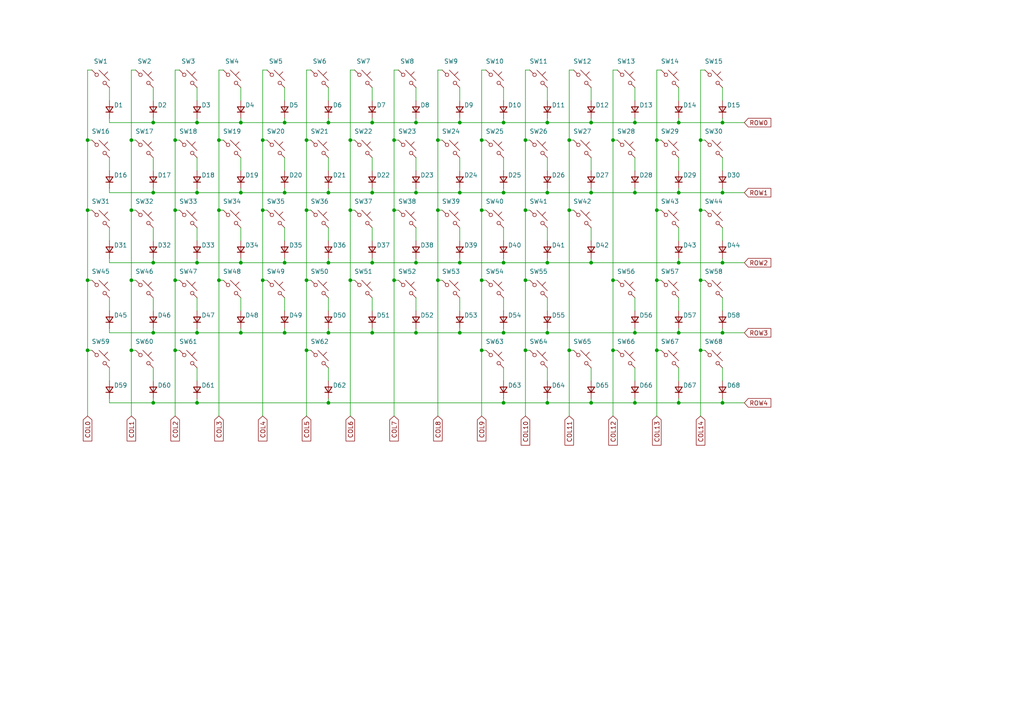
<source format=kicad_sch>
(kicad_sch (version 20231120) (generator "eeschema") (generator_version "8.0")
  (paper "A4")
  (junction (at 95.25 76.2))
  (junction (at 63.5 60.96))
  (junction (at 50.8 101.6))
  (junction (at 82.55 76.2))
  (junction (at 203.2 60.96))
  (junction (at 88.9 60.96))
  (junction (at 63.5 81.28))
  (junction (at 190.5 81.28))
  (junction (at 120.65 55.88))
  (junction (at 139.7 101.6))
  (junction (at 101.6 81.28))
  (junction (at 152.4 81.28))
  (junction (at 69.85 35.56))
  (junction (at 50.8 40.64))
  (junction (at 146.05 55.88))
  (junction (at 158.75 116.84))
  (junction (at 25.4 101.6))
  (junction (at 196.85 116.84))
  (junction (at 196.85 76.2))
  (junction (at 44.45 55.88))
  (junction (at 165.1 101.6))
  (junction (at 107.95 35.56))
  (junction (at 114.3 81.28))
  (junction (at 146.05 96.52))
  (junction (at 95.25 96.52))
  (junction (at 196.85 35.56))
  (junction (at 171.45 76.2))
  (junction (at 139.7 60.96))
  (junction (at 158.75 55.88))
  (junction (at 44.45 96.52))
  (junction (at 57.15 116.84))
  (junction (at 107.95 76.2))
  (junction (at 69.85 55.88))
  (junction (at 120.65 96.52))
  (junction (at 88.9 101.6))
  (junction (at 133.35 55.88))
  (junction (at 139.7 40.64))
  (junction (at 57.15 96.52))
  (junction (at 190.5 40.64))
  (junction (at 69.85 76.2))
  (junction (at 44.45 116.84))
  (junction (at 88.9 40.64))
  (junction (at 50.8 81.28))
  (junction (at 133.35 76.2))
  (junction (at 107.95 96.52))
  (junction (at 165.1 40.64))
  (junction (at 120.65 35.56))
  (junction (at 38.1 40.64))
  (junction (at 76.2 60.96))
  (junction (at 171.45 35.56))
  (junction (at 177.8 81.28))
  (junction (at 184.15 55.88))
  (junction (at 63.5 40.64))
  (junction (at 190.5 101.6))
  (junction (at 171.45 116.84))
  (junction (at 158.75 76.2))
  (junction (at 203.2 101.6))
  (junction (at 101.6 60.96))
  (junction (at 184.15 116.84))
  (junction (at 133.35 35.56))
  (junction (at 82.55 96.52))
  (junction (at 165.1 60.96))
  (junction (at 152.4 60.96))
  (junction (at 38.1 60.96))
  (junction (at 88.9 81.28))
  (junction (at 158.75 35.56))
  (junction (at 203.2 40.64))
  (junction (at 158.75 96.52))
  (junction (at 76.2 81.28))
  (junction (at 95.25 35.56))
  (junction (at 209.55 76.2))
  (junction (at 209.55 96.52))
  (junction (at 152.4 101.6))
  (junction (at 184.15 35.56))
  (junction (at 209.55 116.84))
  (junction (at 82.55 35.56))
  (junction (at 133.35 96.52))
  (junction (at 107.95 55.88))
  (junction (at 209.55 35.56))
  (junction (at 25.4 81.28))
  (junction (at 146.05 35.56))
  (junction (at 152.4 40.64))
  (junction (at 177.8 40.64))
  (junction (at 184.15 96.52))
  (junction (at 82.55 55.88))
  (junction (at 44.45 76.2))
  (junction (at 196.85 55.88))
  (junction (at 101.6 40.64))
  (junction (at 57.15 55.88))
  (junction (at 57.15 76.2))
  (junction (at 120.65 76.2))
  (junction (at 177.8 101.6))
  (junction (at 38.1 101.6))
  (junction (at 127 60.96))
  (junction (at 127 81.28))
  (junction (at 146.05 116.84))
  (junction (at 171.45 55.88))
  (junction (at 203.2 81.28))
  (junction (at 76.2 40.64))
  (junction (at 95.25 116.84))
  (junction (at 25.4 60.96))
  (junction (at 114.3 40.64))
  (junction (at 57.15 35.56))
  (junction (at 209.55 55.88))
  (junction (at 25.4 40.64))
  (junction (at 146.05 76.2))
  (junction (at 95.25 55.88))
  (junction (at 190.5 60.96))
  (junction (at 50.8 60.96))
  (junction (at 44.45 35.56))
  (junction (at 69.85 96.52))
  (junction (at 196.85 96.52))
  (junction (at 139.7 81.28))
  (junction (at 114.3 60.96))
  (junction (at 127 40.64))
  (junction (at 38.1 81.28))
  (wire (pts (xy 44.45 76.2) (xy 57.15 76.2)))
  (wire (pts (xy 209.55 96.52) (xy 215.9 96.52)))
  (wire (pts (xy 184.15 54.61) (xy 184.15 55.88)))
  (wire (pts (xy 196.85 35.56) (xy 209.55 35.56)))
  (wire (pts (xy 102.87 40.64) (xy 101.6 40.64)))
  (wire (pts (xy 204.47 101.6) (xy 203.2 101.6)))
  (wire (pts (xy 139.7 81.28) (xy 139.7 101.6)))
  (wire (pts (xy 44.45 34.29) (xy 44.45 35.56)))
  (wire (pts (xy 177.8 101.6) (xy 177.8 120.65)))
  (wire (pts (xy 209.55 25.4) (xy 209.55 29.21)))
  (wire (pts (xy 184.15 45.72) (xy 184.15 49.53)))
  (wire (pts (xy 52.07 40.64) (xy 50.8 40.64)))
  (wire (pts (xy 140.97 20.32) (xy 139.7 20.32)))
  (wire (pts (xy 204.47 60.96) (xy 203.2 60.96)))
  (wire (pts (xy 133.35 66.04) (xy 133.35 69.85)))
  (wire (pts (xy 177.8 40.64) (xy 177.8 81.28)))
  (wire (pts (xy 153.67 40.64) (xy 152.4 40.64)))
  (wire (pts (xy 107.95 55.88) (xy 120.65 55.88)))
  (wire (pts (xy 128.27 60.96) (xy 127 60.96)))
  (wire (pts (xy 196.85 96.52) (xy 209.55 96.52)))
  (wire (pts (xy 166.37 40.64) (xy 165.1 40.64)))
  (wire (pts (xy 203.2 20.32) (xy 203.2 40.64)))
  (wire (pts (xy 184.15 106.68) (xy 184.15 110.49)))
  (wire (pts (xy 101.6 40.64) (xy 101.6 60.96)))
  (wire (pts (xy 77.47 20.32) (xy 76.2 20.32)))
  (wire (pts (xy 184.15 95.25) (xy 184.15 96.52)))
  (wire (pts (xy 95.25 95.25) (xy 95.25 96.52)))
  (wire (pts (xy 82.55 86.36) (xy 82.55 90.17)))
  (wire (pts (xy 82.55 76.2) (xy 95.25 76.2)))
  (wire (pts (xy 120.65 54.61) (xy 120.65 55.88)))
  (wire (pts (xy 184.15 55.88) (xy 196.85 55.88)))
  (wire (pts (xy 203.2 81.28) (xy 203.2 101.6)))
  (wire (pts (xy 57.15 115.57) (xy 57.15 116.84)))
  (wire (pts (xy 191.77 20.32) (xy 190.5 20.32)))
  (wire (pts (xy 133.35 96.52) (xy 146.05 96.52)))
  (wire (pts (xy 171.45 116.84) (xy 184.15 116.84)))
  (wire (pts (xy 95.25 115.57) (xy 95.25 116.84)))
  (wire (pts (xy 102.87 60.96) (xy 101.6 60.96)))
  (wire (pts (xy 171.45 34.29) (xy 171.45 35.56)))
  (wire (pts (xy 102.87 81.28) (xy 101.6 81.28)))
  (wire (pts (xy 82.55 96.52) (xy 95.25 96.52)))
  (wire (pts (xy 203.2 40.64) (xy 203.2 60.96)))
  (wire (pts (xy 63.5 81.28) (xy 63.5 120.65)))
  (wire (pts (xy 209.55 45.72) (xy 209.55 49.53)))
  (wire (pts (xy 196.85 55.88) (xy 209.55 55.88)))
  (wire (pts (xy 196.85 106.68) (xy 196.85 110.49)))
  (wire (pts (xy 50.8 40.64) (xy 50.8 60.96)))
  (wire (pts (xy 115.57 40.64) (xy 114.3 40.64)))
  (wire (pts (xy 179.07 81.28) (xy 177.8 81.28)))
  (wire (pts (xy 196.85 74.93) (xy 196.85 76.2)))
  (wire (pts (xy 146.05 115.57) (xy 146.05 116.84)))
  (wire (pts (xy 82.55 25.4) (xy 82.55 29.21)))
  (wire (pts (xy 171.45 115.57) (xy 171.45 116.84)))
  (wire (pts (xy 209.55 115.57) (xy 209.55 116.84)))
  (wire (pts (xy 50.8 81.28) (xy 50.8 101.6)))
  (wire (pts (xy 133.35 95.25) (xy 133.35 96.52)))
  (wire (pts (xy 133.35 76.2) (xy 146.05 76.2)))
  (wire (pts (xy 95.25 106.68) (xy 95.25 110.49)))
  (wire (pts (xy 31.75 86.36) (xy 31.75 90.17)))
  (wire (pts (xy 158.75 66.04) (xy 158.75 69.85)))
  (wire (pts (xy 107.95 34.29) (xy 107.95 35.56)))
  (wire (pts (xy 26.67 81.28) (xy 25.4 81.28)))
  (wire (pts (xy 114.3 60.96) (xy 114.3 81.28)))
  (wire (pts (xy 184.15 96.52) (xy 196.85 96.52)))
  (wire (pts (xy 166.37 60.96) (xy 165.1 60.96)))
  (wire (pts (xy 44.45 54.61) (xy 44.45 55.88)))
  (wire (pts (xy 88.9 81.28) (xy 88.9 101.6)))
  (wire (pts (xy 38.1 101.6) (xy 38.1 120.65)))
  (wire (pts (xy 158.75 34.29) (xy 158.75 35.56)))
  (wire (pts (xy 209.55 35.56) (xy 215.9 35.56)))
  (wire (pts (xy 50.8 101.6) (xy 50.8 120.65)))
  (wire (pts (xy 184.15 86.36) (xy 184.15 90.17)))
  (wire (pts (xy 107.95 96.52) (xy 120.65 96.52)))
  (wire (pts (xy 38.1 60.96) (xy 38.1 81.28)))
  (wire (pts (xy 165.1 20.32) (xy 165.1 40.64)))
  (wire (pts (xy 44.45 45.72) (xy 44.45 49.53)))
  (wire (pts (xy 209.55 95.25) (xy 209.55 96.52)))
  (wire (pts (xy 88.9 60.96) (xy 88.9 81.28)))
  (wire (pts (xy 25.4 101.6) (xy 25.4 120.65)))
  (wire (pts (xy 95.25 76.2) (xy 107.95 76.2)))
  (wire (pts (xy 101.6 60.96) (xy 101.6 81.28)))
  (wire (pts (xy 128.27 20.32) (xy 127 20.32)))
  (wire (pts (xy 76.2 60.96) (xy 76.2 81.28)))
  (wire (pts (xy 77.47 81.28) (xy 76.2 81.28)))
  (wire (pts (xy 146.05 54.61) (xy 146.05 55.88)))
  (wire (pts (xy 115.57 20.32) (xy 114.3 20.32)))
  (wire (pts (xy 171.45 106.68) (xy 171.45 110.49)))
  (wire (pts (xy 77.47 40.64) (xy 76.2 40.64)))
  (wire (pts (xy 50.8 60.96) (xy 50.8 81.28)))
  (wire (pts (xy 50.8 20.32) (xy 50.8 40.64)))
  (wire (pts (xy 177.8 20.32) (xy 177.8 40.64)))
  (wire (pts (xy 31.75 25.4) (xy 31.75 29.21)))
  (wire (pts (xy 171.45 45.72) (xy 171.45 49.53)))
  (wire (pts (xy 95.25 45.72) (xy 95.25 49.53)))
  (wire (pts (xy 107.95 95.25) (xy 107.95 96.52)))
  (wire (pts (xy 139.7 101.6) (xy 139.7 120.65)))
  (wire (pts (xy 57.15 76.2) (xy 69.85 76.2)))
  (wire (pts (xy 153.67 60.96) (xy 152.4 60.96)))
  (wire (pts (xy 57.15 66.04) (xy 57.15 69.85)))
  (wire (pts (xy 120.65 74.93) (xy 120.65 76.2)))
  (wire (pts (xy 107.95 54.61) (xy 107.95 55.88)))
  (wire (pts (xy 102.87 20.32) (xy 101.6 20.32)))
  (wire (pts (xy 140.97 40.64) (xy 139.7 40.64)))
  (wire (pts (xy 171.45 25.4) (xy 171.45 29.21)))
  (wire (pts (xy 152.4 81.28) (xy 152.4 101.6)))
  (wire (pts (xy 158.75 25.4) (xy 158.75 29.21)))
  (wire (pts (xy 166.37 20.32) (xy 165.1 20.32)))
  (wire (pts (xy 107.95 45.72) (xy 107.95 49.53)))
  (wire (pts (xy 26.67 101.6) (xy 25.4 101.6)))
  (wire (pts (xy 31.75 106.68) (xy 31.75 110.49)))
  (wire (pts (xy 196.85 116.84) (xy 209.55 116.84)))
  (wire (pts (xy 165.1 40.64) (xy 165.1 60.96)))
  (wire (pts (xy 179.07 20.32) (xy 177.8 20.32)))
  (wire (pts (xy 153.67 81.28) (xy 152.4 81.28)))
  (wire (pts (xy 152.4 40.64) (xy 152.4 60.96)))
  (wire (pts (xy 158.75 45.72) (xy 158.75 49.53)))
  (wire (pts (xy 146.05 106.68) (xy 146.05 110.49)))
  (wire (pts (xy 57.15 86.36) (xy 57.15 90.17)))
  (wire (pts (xy 153.67 101.6) (xy 152.4 101.6)))
  (wire (pts (xy 82.55 55.88) (xy 95.25 55.88)))
  (wire (pts (xy 114.3 81.28) (xy 114.3 120.65)))
  (wire (pts (xy 52.07 101.6) (xy 50.8 101.6)))
  (wire (pts (xy 158.75 55.88) (xy 171.45 55.88)))
  (wire (pts (xy 209.55 116.84) (xy 215.9 116.84)))
  (wire (pts (xy 152.4 60.96) (xy 152.4 81.28)))
  (wire (pts (xy 209.55 76.2) (xy 215.9 76.2)))
  (wire (pts (xy 69.85 96.52) (xy 82.55 96.52)))
  (wire (pts (xy 184.15 35.56) (xy 196.85 35.56)))
  (wire (pts (xy 120.65 76.2) (xy 133.35 76.2)))
  (wire (pts (xy 203.2 60.96) (xy 203.2 81.28)))
  (wire (pts (xy 146.05 25.4) (xy 146.05 29.21)))
  (wire (pts (xy 88.9 101.6) (xy 88.9 120.65)))
  (wire (pts (xy 25.4 81.28) (xy 25.4 101.6)))
  (wire (pts (xy 191.77 101.6) (xy 190.5 101.6)))
  (wire (pts (xy 190.5 60.96) (xy 190.5 81.28)))
  (wire (pts (xy 82.55 35.56) (xy 95.25 35.56)))
  (wire (pts (xy 107.95 76.2) (xy 120.65 76.2)))
  (wire (pts (xy 120.65 86.36) (xy 120.65 90.17)))
  (wire (pts (xy 209.55 86.36) (xy 209.55 90.17)))
  (wire (pts (xy 209.55 106.68) (xy 209.55 110.49)))
  (wire (pts (xy 64.77 20.32) (xy 63.5 20.32)))
  (wire (pts (xy 209.55 54.61) (xy 209.55 55.88)))
  (wire (pts (xy 39.37 40.64) (xy 38.1 40.64)))
  (wire (pts (xy 107.95 25.4) (xy 107.95 29.21)))
  (wire (pts (xy 158.75 96.52) (xy 184.15 96.52)))
  (wire (pts (xy 209.55 66.04) (xy 209.55 69.85)))
  (wire (pts (xy 63.5 60.96) (xy 63.5 81.28)))
  (wire (pts (xy 82.55 34.29) (xy 82.55 35.56)))
  (wire (pts (xy 44.45 25.4) (xy 44.45 29.21)))
  (wire (pts (xy 171.45 54.61) (xy 171.45 55.88)))
  (wire (pts (xy 184.15 115.57) (xy 184.15 116.84)))
  (wire (pts (xy 127 40.64) (xy 127 60.96)))
  (wire (pts (xy 146.05 116.84) (xy 158.75 116.84)))
  (wire (pts (xy 95.25 25.4) (xy 95.25 29.21)))
  (wire (pts (xy 82.55 95.25) (xy 82.55 96.52)))
  (wire (pts (xy 90.17 20.32) (xy 88.9 20.32)))
  (wire (pts (xy 196.85 54.61) (xy 196.85 55.88)))
  (wire (pts (xy 127 60.96) (xy 127 81.28)))
  (wire (pts (xy 82.55 45.72) (xy 82.55 49.53)))
  (wire (pts (xy 69.85 74.93) (xy 69.85 76.2)))
  (wire (pts (xy 90.17 101.6) (xy 88.9 101.6)))
  (wire (pts (xy 63.5 20.32) (xy 63.5 40.64)))
  (wire (pts (xy 31.75 66.04) (xy 31.75 69.85)))
  (wire (pts (xy 139.7 20.32) (xy 139.7 40.64)))
  (wire (pts (xy 158.75 35.56) (xy 171.45 35.56)))
  (wire (pts (xy 133.35 55.88) (xy 146.05 55.88)))
  (wire (pts (xy 184.15 25.4) (xy 184.15 29.21)))
  (wire (pts (xy 31.75 34.29) (xy 31.75 35.56)))
  (wire (pts (xy 76.2 81.28) (xy 76.2 120.65)))
  (wire (pts (xy 31.75 55.88) (xy 44.45 55.88)))
  (wire (pts (xy 204.47 40.64) (xy 203.2 40.64)))
  (wire (pts (xy 133.35 74.93) (xy 133.35 76.2)))
  (wire (pts (xy 38.1 20.32) (xy 38.1 40.64)))
  (wire (pts (xy 184.15 34.29) (xy 184.15 35.56)))
  (wire (pts (xy 191.77 60.96) (xy 190.5 60.96)))
  (wire (pts (xy 44.45 95.25) (xy 44.45 96.52)))
  (wire (pts (xy 128.27 81.28) (xy 127 81.28)))
  (wire (pts (xy 209.55 74.93) (xy 209.55 76.2)))
  (wire (pts (xy 179.07 101.6) (xy 177.8 101.6)))
  (wire (pts (xy 146.05 45.72) (xy 146.05 49.53)))
  (wire (pts (xy 184.15 116.84) (xy 196.85 116.84)))
  (wire (pts (xy 90.17 60.96) (xy 88.9 60.96)))
  (wire (pts (xy 196.85 66.04) (xy 196.85 69.85)))
  (wire (pts (xy 165.1 101.6) (xy 165.1 120.65)))
  (wire (pts (xy 120.65 95.25) (xy 120.65 96.52)))
  (wire (pts (xy 171.45 35.56) (xy 184.15 35.56)))
  (wire (pts (xy 57.15 34.29) (xy 57.15 35.56)))
  (wire (pts (xy 90.17 40.64) (xy 88.9 40.64)))
  (wire (pts (xy 191.77 81.28) (xy 190.5 81.28)))
  (wire (pts (xy 171.45 76.2) (xy 196.85 76.2)))
  (wire (pts (xy 57.15 74.93) (xy 57.15 76.2)))
  (wire (pts (xy 57.15 96.52) (xy 69.85 96.52)))
  (wire (pts (xy 69.85 25.4) (xy 69.85 29.21)))
  (wire (pts (xy 95.25 74.93) (xy 95.25 76.2)))
  (wire (pts (xy 120.65 35.56) (xy 133.35 35.56)))
  (wire (pts (xy 69.85 54.61) (xy 69.85 55.88)))
  (wire (pts (xy 88.9 40.64) (xy 88.9 60.96)))
  (wire (pts (xy 76.2 20.32) (xy 76.2 40.64)))
  (wire (pts (xy 39.37 81.28) (xy 38.1 81.28)))
  (wire (pts (xy 179.07 40.64) (xy 177.8 40.64)))
  (wire (pts (xy 82.55 54.61) (xy 82.55 55.88)))
  (wire (pts (xy 31.75 45.72) (xy 31.75 49.53)))
  (wire (pts (xy 114.3 40.64) (xy 114.3 60.96)))
  (wire (pts (xy 26.67 40.64) (xy 25.4 40.64)))
  (wire (pts (xy 101.6 20.32) (xy 101.6 40.64)))
  (wire (pts (xy 31.75 95.25) (xy 31.75 96.52)))
  (wire (pts (xy 115.57 81.28) (xy 114.3 81.28)))
  (wire (pts (xy 196.85 115.57) (xy 196.85 116.84)))
  (wire (pts (xy 57.15 45.72) (xy 57.15 49.53)))
  (wire (pts (xy 196.85 45.72) (xy 196.85 49.53)))
  (wire (pts (xy 44.45 116.84) (xy 57.15 116.84)))
  (wire (pts (xy 191.77 40.64) (xy 190.5 40.64)))
  (wire (pts (xy 44.45 115.57) (xy 44.45 116.84)))
  (wire (pts (xy 204.47 81.28) (xy 203.2 81.28)))
  (wire (pts (xy 52.07 20.32) (xy 50.8 20.32)))
  (wire (pts (xy 120.65 66.04) (xy 120.65 69.85)))
  (wire (pts (xy 120.65 45.72) (xy 120.65 49.53)))
  (wire (pts (xy 115.57 60.96) (xy 114.3 60.96)))
  (wire (pts (xy 44.45 35.56) (xy 57.15 35.56)))
  (wire (pts (xy 57.15 35.56) (xy 69.85 35.56)))
  (wire (pts (xy 133.35 45.72) (xy 133.35 49.53)))
  (wire (pts (xy 88.9 20.32) (xy 88.9 40.64)))
  (wire (pts (xy 152.4 101.6) (xy 152.4 120.65)))
  (wire (pts (xy 52.07 81.28) (xy 50.8 81.28)))
  (wire (pts (xy 140.97 81.28) (xy 139.7 81.28)))
  (wire (pts (xy 158.75 116.84) (xy 171.45 116.84)))
  (wire (pts (xy 69.85 35.56) (xy 82.55 35.56)))
  (wire (pts (xy 31.75 96.52) (xy 44.45 96.52)))
  (wire (pts (xy 39.37 60.96) (xy 38.1 60.96)))
  (wire (pts (xy 64.77 81.28) (xy 63.5 81.28)))
  (wire (pts (xy 158.75 76.2) (xy 171.45 76.2)))
  (wire (pts (xy 153.67 20.32) (xy 152.4 20.32)))
  (wire (pts (xy 190.5 101.6) (xy 190.5 120.65)))
  (wire (pts (xy 90.17 81.28) (xy 88.9 81.28)))
  (wire (pts (xy 133.35 25.4) (xy 133.35 29.21)))
  (wire (pts (xy 190.5 81.28) (xy 190.5 101.6)))
  (wire (pts (xy 31.75 116.84) (xy 44.45 116.84)))
  (wire (pts (xy 57.15 116.84) (xy 95.25 116.84)))
  (wire (pts (xy 26.67 20.32) (xy 25.4 20.32)))
  (wire (pts (xy 146.05 86.36) (xy 146.05 90.17)))
  (wire (pts (xy 165.1 60.96) (xy 165.1 101.6)))
  (wire (pts (xy 95.25 35.56) (xy 107.95 35.56)))
  (wire (pts (xy 158.75 106.68) (xy 158.75 110.49)))
  (wire (pts (xy 196.85 86.36) (xy 196.85 90.17)))
  (wire (pts (xy 203.2 101.6) (xy 203.2 120.65)))
  (wire (pts (xy 69.85 66.04) (xy 69.85 69.85)))
  (wire (pts (xy 69.85 55.88) (xy 82.55 55.88)))
  (wire (pts (xy 146.05 34.29) (xy 146.05 35.56)))
  (wire (pts (xy 190.5 20.32) (xy 190.5 40.64)))
  (wire (pts (xy 57.15 106.68) (xy 57.15 110.49)))
  (wire (pts (xy 120.65 25.4) (xy 120.65 29.21)))
  (wire (pts (xy 139.7 40.64) (xy 139.7 60.96)))
  (wire (pts (xy 57.15 54.61) (xy 57.15 55.88)))
  (wire (pts (xy 171.45 66.04) (xy 171.45 69.85)))
  (wire (pts (xy 69.85 76.2) (xy 82.55 76.2)))
  (wire (pts (xy 44.45 96.52) (xy 57.15 96.52)))
  (wire (pts (xy 127 20.32) (xy 127 40.64)))
  (wire (pts (xy 31.75 35.56) (xy 44.45 35.56)))
  (wire (pts (xy 57.15 95.25) (xy 57.15 96.52)))
  (wire (pts (xy 76.2 40.64) (xy 76.2 60.96)))
  (wire (pts (xy 101.6 81.28) (xy 101.6 120.65)))
  (wire (pts (xy 107.95 66.04) (xy 107.95 69.85)))
  (wire (pts (xy 77.47 60.96) (xy 76.2 60.96)))
  (wire (pts (xy 133.35 86.36) (xy 133.35 90.17)))
  (wire (pts (xy 146.05 76.2) (xy 158.75 76.2)))
  (wire (pts (xy 107.95 86.36) (xy 107.95 90.17)))
  (wire (pts (xy 44.45 55.88) (xy 57.15 55.88)))
  (wire (pts (xy 69.85 86.36) (xy 69.85 90.17)))
  (wire (pts (xy 38.1 40.64) (xy 38.1 60.96)))
  (wire (pts (xy 31.75 54.61) (xy 31.75 55.88)))
  (wire (pts (xy 146.05 35.56) (xy 158.75 35.56)))
  (wire (pts (xy 95.25 66.04) (xy 95.25 69.85)))
  (wire (pts (xy 127 81.28) (xy 127 120.65)))
  (wire (pts (xy 44.45 66.04) (xy 44.45 69.85)))
  (wire (pts (xy 196.85 34.29) (xy 196.85 35.56)))
  (wire (pts (xy 140.97 60.96) (xy 139.7 60.96)))
  (wire (pts (xy 146.05 66.04) (xy 146.05 69.85)))
  (wire (pts (xy 177.8 81.28) (xy 177.8 101.6)))
  (wire (pts (xy 31.75 74.93) (xy 31.75 76.2)))
  (wire (pts (xy 44.45 86.36) (xy 44.45 90.17)))
  (wire (pts (xy 209.55 55.88) (xy 215.9 55.88)))
  (wire (pts (xy 95.25 34.29) (xy 95.25 35.56)))
  (wire (pts (xy 190.5 40.64) (xy 190.5 60.96)))
  (wire (pts (xy 44.45 74.93) (xy 44.45 76.2)))
  (wire (pts (xy 95.25 55.88) (xy 107.95 55.88)))
  (wire (pts (xy 31.75 76.2) (xy 44.45 76.2)))
  (wire (pts (xy 171.45 55.88) (xy 184.15 55.88)))
  (wire (pts (xy 69.85 34.29) (xy 69.85 35.56)))
  (wire (pts (xy 107.95 74.93) (xy 107.95 76.2)))
  (wire (pts (xy 25.4 40.64) (xy 25.4 60.96)))
  (wire (pts (xy 158.75 115.57) (xy 158.75 116.84)))
  (wire (pts (xy 146.05 96.52) (xy 158.75 96.52)))
  (wire (pts (xy 63.5 40.64) (xy 63.5 60.96)))
  (wire (pts (xy 114.3 20.32) (xy 114.3 40.64)))
  (wire (pts (xy 25.4 60.96) (xy 25.4 81.28)))
  (wire (pts (xy 44.45 106.68) (xy 44.45 110.49)))
  (wire (pts (xy 39.37 20.32) (xy 38.1 20.32)))
  (wire (pts (xy 69.85 45.72) (xy 69.85 49.53)))
  (wire (pts (xy 209.55 34.29) (xy 209.55 35.56)))
  (wire (pts (xy 64.77 40.64) (xy 63.5 40.64)))
  (wire (pts (xy 69.85 95.25) (xy 69.85 96.52)))
  (wire (pts (xy 95.25 96.52) (xy 107.95 96.52)))
  (wire (pts (xy 146.05 55.88) (xy 158.75 55.88)))
  (wire (pts (xy 140.97 101.6) (xy 139.7 101.6)))
  (wire (pts (xy 25.4 20.32) (xy 25.4 40.64)))
  (wire (pts (xy 128.27 40.64) (xy 127 40.64)))
  (wire (pts (xy 95.25 86.36) (xy 95.25 90.17)))
  (wire (pts (xy 158.75 95.25) (xy 158.75 96.52)))
  (wire (pts (xy 64.77 60.96) (xy 63.5 60.96)))
  (wire (pts (xy 204.47 20.32) (xy 203.2 20.32)))
  (wire (pts (xy 38.1 81.28) (xy 38.1 101.6)))
  (wire (pts (xy 26.67 60.96) (xy 25.4 60.96)))
  (wire (pts (xy 82.55 74.93) (xy 82.55 76.2)))
  (wire (pts (xy 57.15 25.4) (xy 57.15 29.21)))
  (wire (pts (xy 52.07 60.96) (xy 50.8 60.96)))
  (wire (pts (xy 158.75 86.36) (xy 158.75 90.17)))
  (wire (pts (xy 146.05 95.25) (xy 146.05 96.52)))
  (wire (pts (xy 196.85 76.2) (xy 209.55 76.2)))
  (wire (pts (xy 171.45 74.93) (xy 171.45 76.2)))
  (wire (pts (xy 120.65 55.88) (xy 133.35 55.88)))
  (wire (pts (xy 158.75 54.61) (xy 158.75 55.88)))
  (wire (pts (xy 196.85 95.25) (xy 196.85 96.52)))
  (wire (pts (xy 133.35 35.56) (xy 146.05 35.56)))
  (wire (pts (xy 82.55 66.04) (xy 82.55 69.85)))
  (wire (pts (xy 158.75 74.93) (xy 158.75 76.2)))
  (wire (pts (xy 166.37 101.6) (xy 165.1 101.6)))
  (wire (pts (xy 120.65 34.29) (xy 120.65 35.56)))
  (wire (pts (xy 95.25 116.84) (xy 146.05 116.84)))
  (wire (pts (xy 196.85 25.4) (xy 196.85 29.21)))
  (wire (pts (xy 120.65 96.52) (xy 133.35 96.52)))
  (wire (pts (xy 39.37 101.6) (xy 38.1 101.6)))
  (wire (pts (xy 146.05 74.93) (xy 146.05 76.2)))
  (wire (pts (xy 133.35 54.61) (xy 133.35 55.88)))
  (wire (pts (xy 107.95 35.56) (xy 120.65 35.56)))
  (wire (pts (xy 31.75 115.57) (xy 31.75 116.84)))
  (wire (pts (xy 152.4 20.32) (xy 152.4 40.64)))
  (wire (pts (xy 57.15 55.88) (xy 69.85 55.88)))
  (wire (pts (xy 95.25 54.61) (xy 95.25 55.88)))
  (wire (pts (xy 133.35 34.29) (xy 133.35 35.56)))
  (wire (pts (xy 139.7 60.96) (xy 139.7 81.28)))
  (global_label "COL7" (shape input) (at 114.3 120.65 270) (property "Intersheetrefs" "${INTERSHEET_REFS}" (effects (hide yes))))
  (global_label "COL12" (shape input) (at 177.8 120.65 270) (property "Intersheetrefs" "${INTERSHEET_REFS}" (effects (hide yes))))
  (global_label "ROW4" (shape input) (at 215.9 116.84 0) (property "Intersheetrefs" "${INTERSHEET_REFS}" (effects (hide yes))))
  (global_label "COL11" (shape input) (at 165.1 120.65 270) (property "Intersheetrefs" "${INTERSHEET_REFS}" (effects (hide yes))))
  (global_label "COL9" (shape input) (at 139.7 120.65 270) (property "Intersheetrefs" "${INTERSHEET_REFS}" (effects (hide yes))))
  (global_label "COL6" (shape input) (at 101.6 120.65 270) (property "Intersheetrefs" "${INTERSHEET_REFS}" (effects (hide yes))))
  (global_label "COL8" (shape input) (at 127 120.65 270) (property "Intersheetrefs" "${INTERSHEET_REFS}" (effects (hide yes))))
  (global_label "COL5" (shape input) (at 88.9 120.65 270) (property "Intersheetrefs" "${INTERSHEET_REFS}" (effects (hide yes))))
  (global_label "COL13" (shape input) (at 190.5 120.65 270) (property "Intersheetrefs" "${INTERSHEET_REFS}" (effects (hide yes))))
  (global_label "COL2" (shape input) (at 50.8 120.65 270) (property "Intersheetrefs" "${INTERSHEET_REFS}" (effects (hide yes))))
  (global_label "ROW1" (shape input) (at 215.9 55.88 0) (property "Intersheetrefs" "${INTERSHEET_REFS}" (effects (hide yes))))
  (global_label "COL0" (shape input) (at 25.4 120.65 270) (property "Intersheetrefs" "${INTERSHEET_REFS}" (effects (hide yes))))
  (global_label "COL3" (shape input) (at 63.5 120.65 270) (property "Intersheetrefs" "${INTERSHEET_REFS}" (effects (hide yes))))
  (global_label "COL14" (shape input) (at 203.2 120.65 270) (property "Intersheetrefs" "${INTERSHEET_REFS}" (effects (hide yes))))
  (global_label "ROW3" (shape input) (at 215.9 96.52 0) (property "Intersheetrefs" "${INTERSHEET_REFS}" (effects (hide yes))))
  (global_label "COL10" (shape input) (at 152.4 120.65 270) (property "Intersheetrefs" "${INTERSHEET_REFS}" (effects (hide yes))))
  (global_label "ROW0" (shape input) (at 215.9 35.56 0) (property "Intersheetrefs" "${INTERSHEET_REFS}" (effects (hide yes))))
  (global_label "COL1" (shape input) (at 38.1 120.65 270) (property "Intersheetrefs" "${INTERSHEET_REFS}" (effects (hide yes))))
  (global_label "COL4" (shape input) (at 76.2 120.65 270) (property "Intersheetrefs" "${INTERSHEET_REFS}" (effects (hide yes))))
  (global_label "ROW2" (shape input) (at 215.9 76.2 0) (property "Intersheetrefs" "${INTERSHEET_REFS}" (effects (hide yes))))
  (symbol (lib_id "Device:D_Small") (at 44.45 31.75 90) (unit 1)
    (property "Reference" "D2" (at 45.72 30.48 90) (effects (justify right)))
    (property "Value" "D" (effects (hide yes)))
    (property "Footprint" "Diode_SMD:D_SOD-123" (effects (hide yes)))
    (property "Sim.Device" "D" (effects (hide yes)))
    (property "Sim.Pins" "1=K 2=A" (effects (hide yes)))
  )
  (symbol (lib_id "Switch:SW_Push_45deg") (at 118.11 43.18 0) (unit 1)
    (property "Reference" "SW23" (at 118.11 38.1 0))
    (property "Value" "SW_Push" (effects (hide yes)))
    (property "Footprint" "MX_Alps_Hybrid:MX-Alps-Hybrid-1U" (effects (hide yes)))
  )
  (symbol (lib_id "Device:D_Small") (at 107.95 52.07 90) (unit 1)
    (property "Reference" "D22" (at 109.22 50.8 90) (effects (justify right)))
    (property "Value" "D" (effects (hide yes)))
    (property "Footprint" "Diode_SMD:D_SOD-123" (effects (hide yes)))
    (property "Sim.Device" "D" (effects (hide yes)))
    (property "Sim.Pins" "1=K 2=A" (effects (hide yes)))
  )
  (symbol (lib_id "Switch:SW_Push_45deg") (at 41.91 63.5 0) (unit 1)
    (property "Reference" "SW32" (at 41.91 58.42 0))
    (property "Value" "SW_Push" (effects (hide yes)))
    (property "Footprint" "MX_Alps_Hybrid:MX-Alps-Hybrid-1U" (effects (hide yes)))
  )
  (symbol (lib_id "Switch:SW_Push_45deg") (at 105.41 83.82 0) (unit 1)
    (property "Reference" "SW51" (at 105.41 78.74 0))
    (property "Value" "SW_Push" (effects (hide yes)))
    (property "Footprint" "MX_Alps_Hybrid:MX-Alps-Hybrid-1U" (effects (hide yes)))
  )
  (symbol (lib_id "Switch:SW_Push_45deg") (at 41.91 83.82 0) (unit 1)
    (property "Reference" "SW46" (at 41.91 78.74 0))
    (property "Value" "SW_Push" (effects (hide yes)))
    (property "Footprint" "MX_Alps_Hybrid:MX-Alps-Hybrid-1U" (effects (hide yes)))
  )
  (symbol (lib_id "Switch:SW_Push_45deg") (at 54.61 22.86 0) (unit 1)
    (property "Reference" "SW3" (at 54.61 17.78 0))
    (property "Value" "SW_Push" (effects (hide yes)))
    (property "Footprint" "MX_Alps_Hybrid:MX-Alps-Hybrid-1U" (effects (hide yes)))
  )
  (symbol (lib_id "Device:D_Small") (at 44.45 113.03 90) (unit 1)
    (property "Reference" "D60" (at 45.72 111.76 90) (effects (justify right)))
    (property "Value" "D" (effects (hide yes)))
    (property "Footprint" "Diode_SMD:D_SOD-123" (effects (hide yes)))
    (property "Sim.Device" "D" (effects (hide yes)))
    (property "Sim.Pins" "1=K 2=A" (effects (hide yes)))
  )
  (symbol (lib_id "Switch:SW_Push_45deg") (at 92.71 104.14 0) (unit 1)
    (property "Reference" "SW62" (at 92.71 99.06 0))
    (property "Value" "SW_Push" (effects (hide yes)))
    (property "Footprint" "MX_Alps_Hybrid:MX-Alps-Hybrid-6.25U" (effects (hide yes)))
  )
  (symbol (lib_id "Device:D_Small") (at 69.85 52.07 90) (unit 1)
    (property "Reference" "D19" (at 71.12 50.8 90) (effects (justify right)))
    (property "Value" "D" (effects (hide yes)))
    (property "Footprint" "Diode_SMD:D_SOD-123" (effects (hide yes)))
    (property "Sim.Device" "D" (effects (hide yes)))
    (property "Sim.Pins" "1=K 2=A" (effects (hide yes)))
  )
  (symbol (lib_id "Switch:SW_Push_45deg") (at 207.01 83.82 0) (unit 1)
    (property "Reference" "SW58" (at 207.01 78.74 0))
    (property "Value" "SW_Push" (effects (hide yes)))
    (property "Footprint" "MX_Alps_Hybrid:MX-Alps-Hybrid-1U" (effects (hide yes)))
  )
  (symbol (lib_id "Device:D_Small") (at 158.75 72.39 90) (unit 1)
    (property "Reference" "D41" (at 160.02 71.12 90) (effects (justify right)))
    (property "Value" "D" (effects (hide yes)))
    (property "Footprint" "Diode_SMD:D_SOD-123" (effects (hide yes)))
    (property "Sim.Device" "D" (effects (hide yes)))
    (property "Sim.Pins" "1=K 2=A" (effects (hide yes)))
  )
  (symbol (lib_id "Switch:SW_Push_45deg") (at 67.31 83.82 0) (unit 1)
    (property "Reference" "SW48" (at 67.31 78.74 0))
    (property "Value" "SW_Push" (effects (hide yes)))
    (property "Footprint" "MX_Alps_Hybrid:MX-Alps-Hybrid-1U" (effects (hide yes)))
  )
  (symbol (lib_id "Switch:SW_Push_45deg") (at 207.01 43.18 0) (unit 1)
    (property "Reference" "SW30" (at 207.01 38.1 0))
    (property "Value" "SW_Push" (effects (hide yes)))
    (property "Footprint" "MX_Alps_Hybrid:MX-Alps-Hybrid-1U" (effects (hide yes)))
  )
  (symbol (lib_id "Switch:SW_Push_45deg") (at 130.81 43.18 0) (unit 1)
    (property "Reference" "SW24" (at 130.81 38.1 0))
    (property "Value" "SW_Push" (effects (hide yes)))
    (property "Footprint" "MX_Alps_Hybrid:MX-Alps-Hybrid-1U" (effects (hide yes)))
  )
  (symbol (lib_id "Device:D_Small") (at 196.85 31.75 90) (unit 1)
    (property "Reference" "D14" (at 198.12 30.48 90) (effects (justify right)))
    (property "Value" "D" (effects (hide yes)))
    (property "Footprint" "Diode_SMD:D_SOD-123" (effects (hide yes)))
    (property "Sim.Device" "D" (effects (hide yes)))
    (property "Sim.Pins" "1=K 2=A" (effects (hide yes)))
  )
  (symbol (lib_id "Switch:SW_Push_45deg") (at 143.51 43.18 0) (unit 1)
    (property "Reference" "SW25" (at 143.51 38.1 0))
    (property "Value" "SW_Push" (effects (hide yes)))
    (property "Footprint" "MX_Alps_Hybrid:MX-Alps-Hybrid-1U" (effects (hide yes)))
  )
  (symbol (lib_id "Switch:SW_Push_45deg") (at 41.91 104.14 0) (unit 1)
    (property "Reference" "SW60" (at 41.91 99.06 0))
    (property "Value" "SW_Push" (effects (hide yes)))
    (property "Footprint" "MX_Alps_Hybrid:MX-Alps-Hybrid-1.25U" (effects (hide yes)))
  )
  (symbol (lib_id "Device:D_Small") (at 44.45 92.71 90) (unit 1)
    (property "Reference" "D46" (at 45.72 91.44 90) (effects (justify right)))
    (property "Value" "D" (effects (hide yes)))
    (property "Footprint" "Diode_SMD:D_SOD-123" (effects (hide yes)))
    (property "Sim.Device" "D" (effects (hide yes)))
    (property "Sim.Pins" "1=K 2=A" (effects (hide yes)))
  )
  (symbol (lib_id "Switch:SW_Push_45deg") (at 156.21 63.5 0) (unit 1)
    (property "Reference" "SW41" (at 156.21 58.42 0))
    (property "Value" "SW_Push" (effects (hide yes)))
    (property "Footprint" "MX_Alps_Hybrid:MX-Alps-Hybrid-1U" (effects (hide yes)))
  )
  (symbol (lib_id "Device:D_Small") (at 69.85 31.75 90) (unit 1)
    (property "Reference" "D4" (at 71.12 30.48 90) (effects (justify right)))
    (property "Value" "D" (effects (hide yes)))
    (property "Footprint" "Diode_SMD:D_SOD-123" (effects (hide yes)))
    (property "Sim.Device" "D" (effects (hide yes)))
    (property "Sim.Pins" "1=K 2=A" (effects (hide yes)))
  )
  (symbol (lib_id "Switch:SW_Push_45deg") (at 92.71 43.18 0) (unit 1)
    (property "Reference" "SW21" (at 92.71 38.1 0))
    (property "Value" "SW_Push" (effects (hide yes)))
    (property "Footprint" "MX_Alps_Hybrid:MX-Alps-Hybrid-1U" (effects (hide yes)))
  )
  (symbol (lib_id "Switch:SW_Push_45deg") (at 143.51 22.86 0) (unit 1)
    (property "Reference" "SW10" (at 143.51 17.78 0))
    (property "Value" "SW_Push" (effects (hide yes)))
    (property "Footprint" "MX_Alps_Hybrid:MX-Alps-Hybrid-1U" (effects (hide yes)))
  )
  (symbol (lib_id "Device:D_Small") (at 57.15 92.71 90) (unit 1)
    (property "Reference" "D47" (at 58.42 91.44 90) (effects (justify right)))
    (property "Value" "D" (effects (hide yes)))
    (property "Footprint" "Diode_SMD:D_SOD-123" (effects (hide yes)))
    (property "Sim.Device" "D" (effects (hide yes)))
    (property "Sim.Pins" "1=K 2=A" (effects (hide yes)))
  )
  (symbol (lib_id "Switch:SW_Push_45deg") (at 41.91 43.18 0) (unit 1)
    (property "Reference" "SW17" (at 41.91 38.1 0))
    (property "Value" "SW_Push" (effects (hide yes)))
    (property "Footprint" "MX_Alps_Hybrid:MX-Alps-Hybrid-1U" (effects (hide yes)))
  )
  (symbol (lib_id "Switch:SW_Push_45deg") (at 54.61 63.5 0) (unit 1)
    (property "Reference" "SW33" (at 54.61 58.42 0))
    (property "Value" "SW_Push" (effects (hide yes)))
    (property "Footprint" "MX_Alps_Hybrid:MX-Alps-Hybrid-1U" (effects (hide yes)))
  )
  (symbol (lib_id "Device:D_Small") (at 171.45 52.07 90) (unit 1)
    (property "Reference" "D27" (at 172.72 50.8 90) (effects (justify right)))
    (property "Value" "D" (effects (hide yes)))
    (property "Footprint" "Diode_SMD:D_SOD-123" (effects (hide yes)))
    (property "Sim.Device" "D" (effects (hide yes)))
    (property "Sim.Pins" "1=K 2=A" (effects (hide yes)))
  )
  (symbol (lib_id "Device:D_Small") (at 133.35 72.39 90) (unit 1)
    (property "Reference" "D39" (at 134.62 71.12 90) (effects (justify right)))
    (property "Value" "D" (effects (hide yes)))
    (property "Footprint" "Diode_SMD:D_SOD-123" (effects (hide yes)))
    (property "Sim.Device" "D" (effects (hide yes)))
    (property "Sim.Pins" "1=K 2=A" (effects (hide yes)))
  )
  (symbol (lib_id "Device:D_Small") (at 107.95 31.75 90) (unit 1)
    (property "Reference" "D7" (at 109.22 30.48 90) (effects (justify right)))
    (property "Value" "D" (effects (hide yes)))
    (property "Footprint" "Diode_SMD:D_SOD-123" (effects (hide yes)))
    (property "Sim.Device" "D" (effects (hide yes)))
    (property "Sim.Pins" "1=K 2=A" (effects (hide yes)))
  )
  (symbol (lib_id "Device:D_Small") (at 82.55 92.71 90) (unit 1)
    (property "Reference" "D49" (at 83.82 91.44 90) (effects (justify right)))
    (property "Value" "D" (effects (hide yes)))
    (property "Footprint" "Diode_SMD:D_SOD-123" (effects (hide yes)))
    (property "Sim.Device" "D" (effects (hide yes)))
    (property "Sim.Pins" "1=K 2=A" (effects (hide yes)))
  )
  (symbol (lib_id "Switch:SW_Push_45deg") (at 29.21 63.5 0) (unit 1)
    (property "Reference" "SW31" (at 29.21 58.42 0))
    (property "Value" "SW_Push" (effects (hide yes)))
    (property "Footprint" "MX_Alps_Hybrid:MX-Alps-Hybrid-1.75U" (effects (hide yes)))
  )
  (symbol (lib_id "Device:D_Small") (at 146.05 31.75 90) (unit 1)
    (property "Reference" "D10" (at 147.32 30.48 90) (effects (justify right)))
    (property "Value" "D" (effects (hide yes)))
    (property "Footprint" "Diode_SMD:D_SOD-123" (effects (hide yes)))
    (property "Sim.Device" "D" (effects (hide yes)))
    (property "Sim.Pins" "1=K 2=A" (effects (hide yes)))
  )
  (symbol (lib_id "Switch:SW_Push_45deg") (at 207.01 104.14 0) (unit 1)
    (property "Reference" "SW68" (at 207.01 99.06 0))
    (property "Value" "SW_Push" (effects (hide yes)))
    (property "Footprint" "MX_Alps_Hybrid:MX-Alps-Hybrid-1U" (effects (hide yes)))
  )
  (symbol (lib_id "Switch:SW_Push_45deg") (at 181.61 22.86 0) (unit 1)
    (property "Reference" "SW13" (at 181.61 17.78 0))
    (property "Value" "SW_Push" (effects (hide yes)))
    (property "Footprint" "MX_Alps_Hybrid:MX-Alps-Hybrid-1U" (effects (hide yes)))
  )
  (symbol (lib_id "Device:D_Small") (at 31.75 72.39 90) (unit 1)
    (property "Reference" "D31" (at 33.02 71.12 90) (effects (justify right)))
    (property "Value" "D" (effects (hide yes)))
    (property "Footprint" "Diode_SMD:D_SOD-123" (effects (hide yes)))
    (property "Sim.Device" "D" (effects (hide yes)))
    (property "Sim.Pins" "1=K 2=A" (effects (hide yes)))
  )
  (symbol (lib_id "Device:D_Small") (at 133.35 52.07 90) (unit 1)
    (property "Reference" "D24" (at 134.62 50.8 90) (effects (justify right)))
    (property "Value" "D" (effects (hide yes)))
    (property "Footprint" "Diode_SMD:D_SOD-123" (effects (hide yes)))
    (property "Sim.Device" "D" (effects (hide yes)))
    (property "Sim.Pins" "1=K 2=A" (effects (hide yes)))
  )
  (symbol (lib_id "Switch:SW_Push_45deg") (at 80.01 43.18 0) (unit 1)
    (property "Reference" "SW20" (at 80.01 38.1 0))
    (property "Value" "SW_Push" (effects (hide yes)))
    (property "Footprint" "MX_Alps_Hybrid:MX-Alps-Hybrid-1U" (effects (hide yes)))
  )
  (symbol (lib_id "Switch:SW_Push_45deg") (at 181.61 83.82 0) (unit 1)
    (property "Reference" "SW56" (at 181.61 78.74 0))
    (property "Value" "SW_Push" (effects (hide yes)))
    (property "Footprint" "MX_Alps_Hybrid:MX-Alps-Hybrid-1.75U" (effects (hide yes)))
  )
  (symbol (lib_id "Device:D_Small") (at 31.75 113.03 90) (unit 1)
    (property "Reference" "D59" (at 33.02 111.76 90) (effects (justify right)))
    (property "Value" "D" (effects (hide yes)))
    (property "Footprint" "Diode_SMD:D_SOD-123" (effects (hide yes)))
    (property "Sim.Device" "D" (effects (hide yes)))
    (property "Sim.Pins" "1=K 2=A" (effects (hide yes)))
  )
  (symbol (lib_id "Device:D_Small") (at 120.65 92.71 90) (unit 1)
    (property "Reference" "D52" (at 121.92 91.44 90) (effects (justify right)))
    (property "Value" "D" (effects (hide yes)))
    (property "Footprint" "Diode_SMD:D_SOD-123" (effects (hide yes)))
    (property "Sim.Device" "D" (effects (hide yes)))
    (property "Sim.Pins" "1=K 2=A" (effects (hide yes)))
  )
  (symbol (lib_id "Device:D_Small") (at 209.55 72.39 90) (unit 1)
    (property "Reference" "D44" (at 210.82 71.12 90) (effects (justify right)))
    (property "Value" "D" (effects (hide yes)))
    (property "Footprint" "Diode_SMD:D_SOD-123" (effects (hide yes)))
    (property "Sim.Device" "D" (effects (hide yes)))
    (property "Sim.Pins" "1=K 2=A" (effects (hide yes)))
  )
  (symbol (lib_id "Switch:SW_Push_45deg") (at 105.41 43.18 0) (unit 1)
    (property "Reference" "SW22" (at 105.41 38.1 0))
    (property "Value" "SW_Push" (effects (hide yes)))
    (property "Footprint" "MX_Alps_Hybrid:MX-Alps-Hybrid-1U" (effects (hide yes)))
  )
  (symbol (lib_id "Device:D_Small") (at 146.05 52.07 90) (unit 1)
    (property "Reference" "D25" (at 147.32 50.8 90) (effects (justify right)))
    (property "Value" "D" (effects (hide yes)))
    (property "Footprint" "Diode_SMD:D_SOD-123" (effects (hide yes)))
    (property "Sim.Device" "D" (effects (hide yes)))
    (property "Sim.Pins" "1=K 2=A" (effects (hide yes)))
  )
  (symbol (lib_id "Switch:SW_Push_45deg") (at 156.21 43.18 0) (unit 1)
    (property "Reference" "SW26" (at 156.21 38.1 0))
    (property "Value" "SW_Push" (effects (hide yes)))
    (property "Footprint" "MX_Alps_Hybrid:MX-Alps-Hybrid-1U" (effects (hide yes)))
  )
  (symbol (lib_id "Device:D_Small") (at 57.15 113.03 90) (unit 1)
    (property "Reference" "D61" (at 58.42 111.76 90) (effects (justify right)))
    (property "Value" "D" (effects (hide yes)))
    (property "Footprint" "Diode_SMD:D_SOD-123" (effects (hide yes)))
    (property "Sim.Device" "D" (effects (hide yes)))
    (property "Sim.Pins" "1=K 2=A" (effects (hide yes)))
  )
  (symbol (lib_id "Device:D_Small") (at 82.55 31.75 90) (unit 1)
    (property "Reference" "D5" (at 83.82 30.48 90) (effects (justify right)))
    (property "Value" "D" (effects (hide yes)))
    (property "Footprint" "Diode_SMD:D_SOD-123" (effects (hide yes)))
    (property "Sim.Device" "D" (effects (hide yes)))
    (property "Sim.Pins" "1=K 2=A" (effects (hide yes)))
  )
  (symbol (lib_id "Switch:SW_Push_45deg") (at 54.61 43.18 0) (unit 1)
    (property "Reference" "SW18" (at 54.61 38.1 0))
    (property "Value" "SW_Push" (effects (hide yes)))
    (property "Footprint" "MX_Alps_Hybrid:MX-Alps-Hybrid-1U" (effects (hide yes)))
  )
  (symbol (lib_id "Device:D_Small") (at 95.25 92.71 90) (unit 1)
    (property "Reference" "D50" (at 96.52 91.44 90) (effects (justify right)))
    (property "Value" "D" (effects (hide yes)))
    (property "Footprint" "Diode_SMD:D_SOD-123" (effects (hide yes)))
    (property "Sim.Device" "D" (effects (hide yes)))
    (property "Sim.Pins" "1=K 2=A" (effects (hide yes)))
  )
  (symbol (lib_id "Switch:SW_Push_45deg") (at 29.21 22.86 0) (unit 1)
    (property "Reference" "SW1" (at 29.21 17.78 0))
    (property "Value" "SW_Push" (effects (hide yes)))
    (property "Footprint" "MX_Alps_Hybrid:MX-Alps-Hybrid-1U" (effects (hide yes)))
  )
  (symbol (lib_id "Device:D_Small") (at 146.05 113.03 90) (unit 1)
    (property "Reference" "D63" (at 147.32 111.76 90) (effects (justify right)))
    (property "Value" "D" (effects (hide yes)))
    (property "Footprint" "Diode_SMD:D_SOD-123" (effects (hide yes)))
    (property "Sim.Device" "D" (effects (hide yes)))
    (property "Sim.Pins" "1=K 2=A" (effects (hide yes)))
  )
  (symbol (lib_id "Device:D_Small") (at 95.25 52.07 90) (unit 1)
    (property "Reference" "D21" (at 96.52 50.8 90) (effects (justify right)))
    (property "Value" "D" (effects (hide yes)))
    (property "Footprint" "Diode_SMD:D_SOD-123" (effects (hide yes)))
    (property "Sim.Device" "D" (effects (hide yes)))
    (property "Sim.Pins" "1=K 2=A" (effects (hide yes)))
  )
  (symbol (lib_id "Device:D_Small") (at 196.85 92.71 90) (unit 1)
    (property "Reference" "D57" (at 198.12 91.44 90) (effects (justify right)))
    (property "Value" "D" (effects (hide yes)))
    (property "Footprint" "Diode_SMD:D_SOD-123" (effects (hide yes)))
    (property "Sim.Device" "D" (effects (hide yes)))
    (property "Sim.Pins" "1=K 2=A" (effects (hide yes)))
  )
  (symbol (lib_id "Switch:SW_Push_45deg") (at 168.91 63.5 0) (unit 1)
    (property "Reference" "SW42" (at 168.91 58.42 0))
    (property "Value" "SW_Push" (effects (hide yes)))
    (property "Footprint" "MX_Alps_Hybrid:MX-Alps-Hybrid-1U" (effects (hide yes)))
  )
  (symbol (lib_id "Device:D_Small") (at 209.55 92.71 90) (unit 1)
    (property "Reference" "D58" (at 210.82 91.44 90) (effects (justify right)))
    (property "Value" "D" (effects (hide yes)))
    (property "Footprint" "Diode_SMD:D_SOD-123" (effects (hide yes)))
    (property "Sim.Device" "D" (effects (hide yes)))
    (property "Sim.Pins" "1=K 2=A" (effects (hide yes)))
  )
  (symbol (lib_id "Switch:SW_Push_45deg") (at 41.91 22.86 0) (unit 1)
    (property "Reference" "SW2" (at 41.91 17.78 0))
    (property "Value" "SW_Push" (effects (hide yes)))
    (property "Footprint" "MX_Alps_Hybrid:MX-Alps-Hybrid-1U" (effects (hide yes)))
  )
  (symbol (lib_id "Device:D_Small") (at 133.35 92.71 90) (unit 1)
    (property "Reference" "D53" (at 134.62 91.44 90) (effects (justify right)))
    (property "Value" "D" (effects (hide yes)))
    (property "Footprint" "Diode_SMD:D_SOD-123" (effects (hide yes)))
    (property "Sim.Device" "D" (effects (hide yes)))
    (property "Sim.Pins" "1=K 2=A" (effects (hide yes)))
  )
  (symbol (lib_id "Device:D_Small") (at 171.45 72.39 90) (unit 1)
    (property "Reference" "D42" (at 172.72 71.12 90) (effects (justify right)))
    (property "Value" "D" (effects (hide yes)))
    (property "Footprint" "Diode_SMD:D_SOD-123" (effects (hide yes)))
    (property "Sim.Device" "D" (effects (hide yes)))
    (property "Sim.Pins" "1=K 2=A" (effects (hide yes)))
  )
  (symbol (lib_id "Switch:SW_Push_45deg") (at 29.21 83.82 0) (unit 1)
    (property "Reference" "SW45" (at 29.21 78.74 0))
    (property "Value" "SW_Push" (effects (hide yes)))
    (property "Footprint" "MX_Alps_Hybrid:MX-Alps-Hybrid-2.25U" (effects (hide yes)))
  )
  (symbol (lib_id "Device:D_Small") (at 57.15 31.75 90) (unit 1)
    (property "Reference" "D3" (at 58.42 30.48 90) (effects (justify right)))
    (property "Value" "D" (effects (hide yes)))
    (property "Footprint" "Diode_SMD:D_SOD-123" (effects (hide yes)))
    (property "Sim.Device" "D" (effects (hide yes)))
    (property "Sim.Pins" "1=K 2=A" (effects (hide yes)))
  )
  (symbol (lib_id "Switch:SW_Push_45deg") (at 92.71 63.5 0) (unit 1)
    (property "Reference" "SW36" (at 92.71 58.42 0))
    (property "Value" "SW_Push" (effects (hide yes)))
    (property "Footprint" "MX_Alps_Hybrid:MX-Alps-Hybrid-1U" (effects (hide yes)))
  )
  (symbol (lib_id "Switch:SW_Push_45deg") (at 181.61 104.14 0) (unit 1)
    (property "Reference" "SW66" (at 181.61 99.06 0))
    (property "Value" "SW_Push" (effects (hide yes)))
    (property "Footprint" "MX_Alps_Hybrid:MX-Alps-Hybrid-1U" (effects (hide yes)))
  )
  (symbol (lib_id "Switch:SW_Push_45deg") (at 130.81 22.86 0) (unit 1)
    (property "Reference" "SW9" (at 130.81 17.78 0))
    (property "Value" "SW_Push" (effects (hide yes)))
    (property "Footprint" "MX_Alps_Hybrid:MX-Alps-Hybrid-1U" (effects (hide yes)))
  )
  (symbol (lib_id "Switch:SW_Push_45deg") (at 105.41 22.86 0) (unit 1)
    (property "Reference" "SW7" (at 105.41 17.78 0))
    (property "Value" "SW_Push" (effects (hide yes)))
    (property "Footprint" "MX_Alps_Hybrid:MX-Alps-Hybrid-1U" (effects (hide yes)))
  )
  (symbol (lib_id "Device:D_Small") (at 95.25 72.39 90) (unit 1)
    (property "Reference" "D36" (at 96.52 71.12 90) (effects (justify right)))
    (property "Value" "D" (effects (hide yes)))
    (property "Footprint" "Diode_SMD:D_SOD-123" (effects (hide yes)))
    (property "Sim.Device" "D" (effects (hide yes)))
    (property "Sim.Pins" "1=K 2=A" (effects (hide yes)))
  )
  (symbol (lib_id "Device:D_Small") (at 133.35 31.75 90) (unit 1)
    (property "Reference" "D9" (at 134.62 30.48 90) (effects (justify right)))
    (property "Value" "D" (effects (hide yes)))
    (property "Footprint" "Diode_SMD:D_SOD-123" (effects (hide yes)))
    (property "Sim.Device" "D" (effects (hide yes)))
    (property "Sim.Pins" "1=K 2=A" (effects (hide yes)))
  )
  (symbol (lib_id "Device:D_Small") (at 107.95 72.39 90) (unit 1)
    (property "Reference" "D37" (at 109.22 71.12 90) (effects (justify right)))
    (property "Value" "D" (effects (hide yes)))
    (property "Footprint" "Diode_SMD:D_SOD-123" (effects (hide yes)))
    (property "Sim.Device" "D" (effects (hide yes)))
    (property "Sim.Pins" "1=K 2=A" (effects (hide yes)))
  )
  (symbol (lib_id "Device:D_Small") (at 158.75 52.07 90) (unit 1)
    (property "Reference" "D26" (at 160.02 50.8 90) (effects (justify right)))
    (property "Value" "D" (effects (hide yes)))
    (property "Footprint" "Diode_SMD:D_SOD-123" (effects (hide yes)))
    (property "Sim.Device" "D" (effects (hide yes)))
    (property "Sim.Pins" "1=K 2=A" (effects (hide yes)))
  )
  (symbol (lib_id "Device:D_Small") (at 184.15 113.03 90) (unit 1)
    (property "Reference" "D66" (at 185.42 111.76 90) (effects (justify right)))
    (property "Value" "D" (effects (hide yes)))
    (property "Footprint" "Diode_SMD:D_SOD-123" (effects (hide yes)))
    (property "Sim.Device" "D" (effects (hide yes)))
    (property "Sim.Pins" "1=K 2=A" (effects (hide yes)))
  )
  (symbol (lib_id "Switch:SW_Push_45deg") (at 80.01 83.82 0) (unit 1)
    (property "Reference" "SW49" (at 80.01 78.74 0))
    (property "Value" "SW_Push" (effects (hide yes)))
    (property "Footprint" "MX_Alps_Hybrid:MX-Alps-Hybrid-1U" (effects (hide yes)))
  )
  (symbol (lib_id "Device:D_Small") (at 184.15 52.07 90) (unit 1)
    (property "Reference" "D28" (at 185.42 50.8 90) (effects (justify right)))
    (property "Value" "D" (effects (hide yes)))
    (property "Footprint" "Diode_SMD:D_SOD-123" (effects (hide yes)))
    (property "Sim.Device" "D" (effects (hide yes)))
    (property "Sim.Pins" "1=K 2=A" (effects (hide yes)))
  )
  (symbol (lib_id "Switch:SW_Push_45deg") (at 105.41 63.5 0) (unit 1)
    (property "Reference" "SW37" (at 105.41 58.42 0))
    (property "Value" "SW_Push" (effects (hide yes)))
    (property "Footprint" "MX_Alps_Hybrid:MX-Alps-Hybrid-1U" (effects (hide yes)))
  )
  (symbol (lib_id "Device:D_Small") (at 31.75 52.07 90) (unit 1)
    (property "Reference" "D16" (at 33.02 50.8 90) (effects (justify right)))
    (property "Value" "D" (effects (hide yes)))
    (property "Footprint" "Diode_SMD:D_SOD-123" (effects (hide yes)))
    (property "Sim.Device" "D" (effects (hide yes)))
    (property "Sim.Pins" "1=K 2=A" (effects (hide yes)))
  )
  (symbol (lib_id "Switch:SW_Push_45deg") (at 67.31 63.5 0) (unit 1)
    (property "Reference" "SW34" (at 67.31 58.42 0))
    (property "Value" "SW_Push" (effects (hide yes)))
    (property "Footprint" "MX_Alps_Hybrid:MX-Alps-Hybrid-1U" (effects (hide yes)))
  )
  (symbol (lib_id "Switch:SW_Push_45deg") (at 130.81 83.82 0) (unit 1)
    (property "Reference" "SW53" (at 130.81 78.74 0))
    (property "Value" "SW_Push" (effects (hide yes)))
    (property "Footprint" "MX_Alps_Hybrid:MX-Alps-Hybrid-1U" (effects (hide yes)))
  )
  (symbol (lib_id "Switch:SW_Push_45deg") (at 54.61 104.14 0) (unit 1)
    (property "Reference" "SW61" (at 54.61 99.06 0))
    (property "Value" "SW_Push" (effects (hide yes)))
    (property "Footprint" "MX_Alps_Hybrid:MX-Alps-Hybrid-1.25U" (effects (hide yes)))
  )
  (symbol (lib_id "Switch:SW_Push_45deg") (at 29.21 43.18 0) (unit 1)
    (property "Reference" "SW16" (at 29.21 38.1 0))
    (property "Value" "SW_Push" (effects (hide yes)))
    (property "Footprint" "MX_Alps_Hybrid:MX-Alps-Hybrid-1.5U" (effects (hide yes)))
  )
  (symbol (lib_id "Device:D_Small") (at 44.45 52.07 90) (unit 1)
    (property "Reference" "D17" (at 45.72 50.8 90) (effects (justify right)))
    (property "Value" "D" (effects (hide yes)))
    (property "Footprint" "Diode_SMD:D_SOD-123" (effects (hide yes)))
    (property "Sim.Device" "D" (effects (hide yes)))
    (property "Sim.Pins" "1=K 2=A" (effects (hide yes)))
  )
  (symbol (lib_id "Device:D_Small") (at 95.25 113.03 90) (unit 1)
    (property "Reference" "D62" (at 96.52 111.76 90) (effects (justify right)))
    (property "Value" "D" (effects (hide yes)))
    (property "Footprint" "Diode_SMD:D_SOD-123" (effects (hide yes)))
    (property "Sim.Device" "D" (effects (hide yes)))
    (property "Sim.Pins" "1=K 2=A" (effects (hide yes)))
  )
  (symbol (lib_id "Switch:SW_Push_45deg") (at 143.51 83.82 0) (unit 1)
    (property "Reference" "SW54" (at 143.51 78.74 0))
    (property "Value" "SW_Push" (effects (hide yes)))
    (property "Footprint" "MX_Alps_Hybrid:MX-Alps-Hybrid-1U" (effects (hide yes)))
  )
  (symbol (lib_id "Device:D_Small") (at 158.75 31.75 90) (unit 1)
    (property "Reference" "D11" (at 160.02 30.48 90) (effects (justify right)))
    (property "Value" "D" (effects (hide yes)))
    (property "Footprint" "Diode_SMD:D_SOD-123" (effects (hide yes)))
    (property "Sim.Device" "D" (effects (hide yes)))
    (property "Sim.Pins" "1=K 2=A" (effects (hide yes)))
  )
  (symbol (lib_id "Device:D_Small") (at 44.45 72.39 90) (unit 1)
    (property "Reference" "D32" (at 45.72 71.12 90) (effects (justify right)))
    (property "Value" "D" (effects (hide yes)))
    (property "Footprint" "Diode_SMD:D_SOD-123" (effects (hide yes)))
    (property "Sim.Device" "D" (effects (hide yes)))
    (property "Sim.Pins" "1=K 2=A" (effects (hide yes)))
  )
  (symbol (lib_id "Device:D_Small") (at 95.25 31.75 90) (unit 1)
    (property "Reference" "D6" (at 96.52 30.48 90) (effects (justify right)))
    (property "Value" "D" (effects (hide yes)))
    (property "Footprint" "Diode_SMD:D_SOD-123" (effects (hide yes)))
    (property "Sim.Device" "D" (effects (hide yes)))
    (property "Sim.Pins" "1=K 2=A" (effects (hide yes)))
  )
  (symbol (lib_id "Switch:SW_Push_45deg") (at 143.51 104.14 0) (unit 1)
    (property "Reference" "SW63" (at 143.51 99.06 0))
    (property "Value" "SW_Push" (effects (hide yes)))
    (property "Footprint" "MX_Alps_Hybrid:MX-Alps-Hybrid-1U" (effects (hide yes)))
  )
  (symbol (lib_id "Device:D_Small") (at 120.65 72.39 90) (unit 1)
    (property "Reference" "D38" (at 121.92 71.12 90) (effects (justify right)))
    (property "Value" "D" (effects (hide yes)))
    (property "Footprint" "Diode_SMD:D_SOD-123" (effects (hide yes)))
    (property "Sim.Device" "D" (effects (hide yes)))
    (property "Sim.Pins" "1=K 2=A" (effects (hide yes)))
  )
  (symbol (lib_id "Switch:SW_Push_45deg") (at 92.71 83.82 0) (unit 1)
    (property "Reference" "SW50" (at 92.71 78.74 0))
    (property "Value" "SW_Push" (effects (hide yes)))
    (property "Footprint" "MX_Alps_Hybrid:MX-Alps-Hybrid-1U" (effects (hide yes)))
  )
  (symbol (lib_id "Device:D_Small") (at 171.45 113.03 90) (unit 1)
    (property "Reference" "D65" (at 172.72 111.76 90) (effects (justify right)))
    (property "Value" "D" (effects (hide yes)))
    (property "Footprint" "Diode_SMD:D_SOD-123" (effects (hide yes)))
    (property "Sim.Device" "D" (effects (hide yes)))
    (property "Sim.Pins" "1=K 2=A" (effects (hide yes)))
  )
  (symbol (lib_id "Device:D_Small") (at 146.05 92.71 90) (unit 1)
    (property "Reference" "D54" (at 147.32 91.44 90) (effects (justify right)))
    (property "Value" "D" (effects (hide yes)))
    (property "Footprint" "Diode_SMD:D_SOD-123" (effects (hide yes)))
    (property "Sim.Device" "D" (effects (hide yes)))
    (property "Sim.Pins" "1=K 2=A" (effects (hide yes)))
  )
  (symbol (lib_id "Device:D_Small") (at 158.75 113.03 90) (unit 1)
    (property "Reference" "D64" (at 160.02 111.76 90) (effects (justify right)))
    (property "Value" "D" (effects (hide yes)))
    (property "Footprint" "Diode_SMD:D_SOD-123" (effects (hide yes)))
    (property "Sim.Device" "D" (effects (hide yes)))
    (property "Sim.Pins" "1=K 2=A" (effects (hide yes)))
  )
  (symbol (lib_id "Device:D_Small") (at 158.75 92.71 90) (unit 1)
    (property "Reference" "D55" (at 160.02 91.44 90) (effects (justify right)))
    (property "Value" "D" (effects (hide yes)))
    (property "Footprint" "Diode_SMD:D_SOD-123" (effects (hide yes)))
    (property "Sim.Device" "D" (effects (hide yes)))
    (property "Sim.Pins" "1=K 2=A" (effects (hide yes)))
  )
  (symbol (lib_id "Device:D_Small") (at 196.85 113.03 90) (unit 1)
    (property "Reference" "D67" (at 198.12 111.76 90) (effects (justify right)))
    (property "Value" "D" (effects (hide yes)))
    (property "Footprint" "Diode_SMD:D_SOD-123" (effects (hide yes)))
    (property "Sim.Device" "D" (effects (hide yes)))
    (property "Sim.Pins" "1=K 2=A" (effects (hide yes)))
  )
  (symbol (lib_id "Switch:SW_Push_45deg") (at 156.21 83.82 0) (unit 1)
    (property "Reference" "SW55" (at 156.21 78.74 0))
    (property "Value" "SW_Push" (effects (hide yes)))
    (property "Footprint" "MX_Alps_Hybrid:MX-Alps-Hybrid-1U" (effects (hide yes)))
  )
  (symbol (lib_id "Device:D_Small") (at 120.65 31.75 90) (unit 1)
    (property "Reference" "D8" (at 121.92 30.48 90) (effects (justify right)))
    (property "Value" "D" (effects (hide yes)))
    (property "Footprint" "Diode_SMD:D_SOD-123" (effects (hide yes)))
    (property "Sim.Device" "D" (effects (hide yes)))
    (property "Sim.Pins" "1=K 2=A" (effects (hide yes)))
  )
  (symbol (lib_id "Switch:SW_Push_45deg") (at 143.51 63.5 0) (unit 1)
    (property "Reference" "SW40" (at 143.51 58.42 0))
    (property "Value" "SW_Push" (effects (hide yes)))
    (property "Footprint" "MX_Alps_Hybrid:MX-Alps-Hybrid-1U" (effects (hide yes)))
  )
  (symbol (lib_id "Switch:SW_Push_45deg") (at 118.11 83.82 0) (unit 1)
    (property "Reference" "SW52" (at 118.11 78.74 0))
    (property "Value" "SW_Push" (effects (hide yes)))
    (property "Footprint" "MX_Alps_Hybrid:MX-Alps-Hybrid-1U" (effects (hide yes)))
  )
  (symbol (lib_id "Device:D_Small") (at 82.55 72.39 90) (unit 1)
    (property "Reference" "D35" (at 83.82 71.12 90) (effects (justify right)))
    (property "Value" "D" (effects (hide yes)))
    (property "Footprint" "Diode_SMD:D_SOD-123" (effects (hide yes)))
    (property "Sim.Device" "D" (effects (hide yes)))
    (property "Sim.Pins" "1=K 2=A" (effects (hide yes)))
  )
  (symbol (lib_id "Switch:SW_Push_45deg") (at 156.21 22.86 0) (unit 1)
    (property "Reference" "SW11" (at 156.21 17.78 0))
    (property "Value" "SW_Push" (effects (hide yes)))
    (property "Footprint" "MX_Alps_Hybrid:MX-Alps-Hybrid-1U" (effects (hide yes)))
  )
  (symbol (lib_id "Switch:SW_Push_45deg") (at 181.61 43.18 0) (unit 1)
    (property "Reference" "SW28" (at 181.61 38.1 0))
    (property "Value" "SW_Push" (effects (hide yes)))
    (property "Footprint" "MX_Alps_Hybrid:MX-Alps-Hybrid-1U" (effects (hide yes)))
  )
  (symbol (lib_id "Device:D_Small") (at 146.05 72.39 90) (unit 1)
    (property "Reference" "D40" (at 147.32 71.12 90) (effects (justify right)))
    (property "Value" "D" (effects (hide yes)))
    (property "Footprint" "Diode_SMD:D_SOD-123" (effects (hide yes)))
    (property "Sim.Device" "D" (effects (hide yes)))
    (property "Sim.Pins" "1=K 2=A" (effects (hide yes)))
  )
  (symbol (lib_id "Device:D_Small") (at 209.55 31.75 90) (unit 1)
    (property "Reference" "D15" (at 210.82 30.48 90) (effects (justify right)))
    (property "Value" "D" (effects (hide yes)))
    (property "Footprint" "Diode_SMD:D_SOD-123" (effects (hide yes)))
    (property "Sim.Device" "D" (effects (hide yes)))
    (property "Sim.Pins" "1=K 2=A" (effects (hide yes)))
  )
  (symbol (lib_id "Device:D_Small") (at 69.85 92.71 90) (unit 1)
    (property "Reference" "D48" (at 71.12 91.44 90) (effects (justify right)))
    (property "Value" "D" (effects (hide yes)))
    (property "Footprint" "Diode_SMD:D_SOD-123" (effects (hide yes)))
    (property "Sim.Device" "D" (effects (hide yes)))
    (property "Sim.Pins" "1=K 2=A" (effects (hide yes)))
  )
  (symbol (lib_id "Switch:SW_Push_45deg") (at 168.91 43.18 0) (unit 1)
    (property "Reference" "SW27" (at 168.91 38.1 0))
    (property "Value" "SW_Push" (effects (hide yes)))
    (property "Footprint" "MX_Alps_Hybrid:MX-Alps-Hybrid-1U" (effects (hide yes)))
  )
  (symbol (lib_id "Device:D_Small") (at 107.95 92.71 90) (unit 1)
    (property "Reference" "D51" (at 109.22 91.44 90) (effects (justify right)))
    (property "Value" "D" (effects (hide yes)))
    (property "Footprint" "Diode_SMD:D_SOD-123" (effects (hide yes)))
    (property "Sim.Device" "D" (effects (hide yes)))
    (property "Sim.Pins" "1=K 2=A" (effects (hide yes)))
  )
  (symbol (lib_id "Device:D_Small") (at 82.55 52.07 90) (unit 1)
    (property "Reference" "D20" (at 83.82 50.8 90) (effects (justify right)))
    (property "Value" "D" (effects (hide yes)))
    (property "Footprint" "Diode_SMD:D_SOD-123" (effects (hide yes)))
    (property "Sim.Device" "D" (effects (hide yes)))
    (property "Sim.Pins" "1=K 2=A" (effects (hide yes)))
  )
  (symbol (lib_id "Switch:SW_Push_45deg") (at 80.01 22.86 0) (unit 1)
    (property "Reference" "SW5" (at 80.01 17.78 0))
    (property "Value" "SW_Push" (effects (hide yes)))
    (property "Footprint" "MX_Alps_Hybrid:MX-Alps-Hybrid-1U" (effects (hide yes)))
  )
  (symbol (lib_id "Switch:SW_Push_45deg") (at 92.71 22.86 0) (unit 1)
    (property "Reference" "SW6" (at 92.71 17.78 0))
    (property "Value" "SW_Push" (effects (hide yes)))
    (property "Footprint" "MX_Alps_Hybrid:MX-Alps-Hybrid-1U" (effects (hide yes)))
  )
  (symbol (lib_id "Device:D_Small") (at 184.15 31.75 90) (unit 1)
    (property "Reference" "D13" (at 185.42 30.48 90) (effects (justify right)))
    (property "Value" "D" (effects (hide yes)))
    (property "Footprint" "Diode_SMD:D_SOD-123" (effects (hide yes)))
    (property "Sim.Device" "D" (effects (hide yes)))
    (property "Sim.Pins" "1=K 2=A" (effects (hide yes)))
  )
  (symbol (lib_id "Switch:SW_Push_45deg") (at 168.91 22.86 0) (unit 1)
    (property "Reference" "SW12" (at 168.91 17.78 0))
    (property "Value" "SW_Push" (effects (hide yes)))
    (property "Footprint" "MX_Alps_Hybrid:MX-Alps-Hybrid-1U" (effects (hide yes)))
  )
  (symbol (lib_id "Device:D_Small") (at 184.15 92.71 90) (unit 1)
    (property "Reference" "D56" (at 185.42 91.44 90) (effects (justify right)))
    (property "Value" "D" (effects (hide yes)))
    (property "Footprint" "Diode_SMD:D_SOD-123" (effects (hide yes)))
    (property "Sim.Device" "D" (effects (hide yes)))
    (property "Sim.Pins" "1=K 2=A" (effects (hide yes)))
  )
  (symbol (lib_id "Switch:SW_Push_45deg") (at 194.31 104.14 0) (unit 1)
    (property "Reference" "SW67" (at 194.31 99.06 0))
    (property "Value" "SW_Push" (effects (hide yes)))
    (property "Footprint" "MX_Alps_Hybrid:MX-Alps-Hybrid-1U" (effects (hide yes)))
  )
  (symbol (lib_id "Device:D_Small") (at 196.85 52.07 90) (unit 1)
    (property "Reference" "D29" (at 198.12 50.8 90) (effects (justify right)))
    (property "Value" "D" (effects (hide yes)))
    (property "Footprint" "Diode_SMD:D_SOD-123" (effects (hide yes)))
    (property "Sim.Device" "D" (effects (hide yes)))
    (property "Sim.Pins" "1=K 2=A" (effects (hide yes)))
  )
  (symbol (lib_id "Device:D_Small") (at 196.85 72.39 90) (unit 1)
    (property "Reference" "D43" (at 198.12 71.12 90) (effects (justify right)))
    (property "Value" "D" (effects (hide yes)))
    (property "Footprint" "Diode_SMD:D_SOD-123" (effects (hide yes)))
    (property "Sim.Device" "D" (effects (hide yes)))
    (property "Sim.Pins" "1=K 2=A" (effects (hide yes)))
  )
  (symbol (lib_id "Switch:SW_Push_45deg") (at 168.91 104.14 0) (unit 1)
    (property "Reference" "SW65" (at 168.91 99.06 0))
    (property "Value" "SW_Push" (effects (hide yes)))
    (property "Footprint" "MX_Alps_Hybrid:MX-Alps-Hybrid-1U" (effects (hide yes)))
  )
  (symbol (lib_id "Switch:SW_Push_45deg") (at 194.31 43.18 0) (unit 1)
    (property "Reference" "SW29" (at 194.31 38.1 0))
    (property "Value" "SW_Push" (effects (hide yes)))
    (property "Footprint" "MX_Alps_Hybrid:MX-Alps-Hybrid-1.5U" (effects (hide yes)))
  )
  (symbol (lib_id "Device:D_Small") (at 171.45 31.75 90) (unit 1)
    (property "Reference" "D12" (at 172.72 30.48 90) (effects (justify right)))
    (property "Value" "D" (effects (hide yes)))
    (property "Footprint" "Diode_SMD:D_SOD-123" (effects (hide yes)))
    (property "Sim.Device" "D" (effects (hide yes)))
    (property "Sim.Pins" "1=K 2=A" (effects (hide yes)))
  )
  (symbol (lib_id "Switch:SW_Push_45deg") (at 156.21 104.14 0) (unit 1)
    (property "Reference" "SW64" (at 156.21 99.06 0))
    (property "Value" "SW_Push" (effects (hide yes)))
    (property "Footprint" "MX_Alps_Hybrid:MX-Alps-Hybrid-1U" (effects (hide yes)))
  )
  (symbol (lib_id "Switch:SW_Push_45deg") (at 207.01 63.5 0) (unit 1)
    (property "Reference" "SW44" (at 207.01 58.42 0))
    (property "Value" "SW_Push" (effects (hide yes)))
    (property "Footprint" "MX_Alps_Hybrid:MX-Alps-Hybrid-1U" (effects (hide yes)))
  )
  (symbol (lib_id "Device:D_Small") (at 120.65 52.07 90) (unit 1)
    (property "Reference" "D23" (at 121.92 50.8 90) (effects (justify right)))
    (property "Value" "D" (effects (hide yes)))
    (property "Footprint" "Diode_SMD:D_SOD-123" (effects (hide yes)))
    (property "Sim.Device" "D" (effects (hide yes)))
    (property "Sim.Pins" "1=K 2=A" (effects (hide yes)))
  )
  (symbol (lib_id "Switch:SW_Push_45deg") (at 67.31 22.86 0) (unit 1)
    (property "Reference" "SW4" (at 67.31 17.78 0))
    (property "Value" "SW_Push" (effects (hide yes)))
    (property "Footprint" "MX_Alps_Hybrid:MX-Alps-Hybrid-1U" (effects (hide yes)))
  )
  (symbol (lib_id "Device:D_Small") (at 57.15 72.39 90) (unit 1)
    (property "Reference" "D33" (at 58.42 71.12 90) (effects (justify right)))
    (property "Value" "D" (effects (hide yes)))
    (property "Footprint" "Diode_SMD:D_SOD-123" (effects (hide yes)))
    (property "Sim.Device" "D" (effects (hide yes)))
    (property "Sim.Pins" "1=K 2=A" (effects (hide yes)))
  )
  (symbol (lib_id "Switch:SW_Push_45deg") (at 194.31 83.82 0) (unit 1)
    (property "Reference" "SW57" (at 194.31 78.74 0))
    (property "Value" "SW_Push" (effects (hide yes)))
    (property "Footprint" "MX_Alps_Hybrid:MX-Alps-Hybrid-1U" (effects (hide yes)))
  )
  (symbol (lib_id "Switch:SW_Push_45deg") (at 54.61 83.82 0) (unit 1)
    (property "Reference" "SW47" (at 54.61 78.74 0))
    (property "Value" "SW_Push" (effects (hide yes)))
    (property "Footprint" "MX_Alps_Hybrid:MX-Alps-Hybrid-1U" (effects (hide yes)))
  )
  (symbol (lib_id "Switch:SW_Push_45deg") (at 80.01 63.5 0) (unit 1)
    (property "Reference" "SW35" (at 80.01 58.42 0))
    (property "Value" "SW_Push" (effects (hide yes)))
    (property "Footprint" "MX_Alps_Hybrid:MX-Alps-Hybrid-1U" (effects (hide yes)))
  )
  (symbol (lib_id "Switch:SW_Push_45deg") (at 194.31 22.86 0) (unit 1)
    (property "Reference" "SW14" (at 194.31 17.78 0))
    (property "Value" "SW_Push" (effects (hide yes)))
    (property "Footprint" "MX_Alps_Hybrid:MX-Alps-Hybrid-2U" (effects (hide yes)))
  )
  (symbol (lib_id "Switch:SW_Push_45deg") (at 29.21 104.14 0) (unit 1)
    (property "Reference" "SW59" (at 29.21 99.06 0))
    (property "Value" "SW_Push" (effects (hide yes)))
    (property "Footprint" "MX_Alps_Hybrid:MX-Alps-Hybrid-1.25U" (effects (hide yes)))
  )
  (symbol (lib_id "Switch:SW_Push_45deg") (at 67.31 43.18 0) (unit 1)
    (property "Reference" "SW19" (at 67.31 38.1 0))
    (property "Value" "SW_Push" (effects (hide yes)))
    (property "Footprint" "MX_Alps_Hybrid:MX-Alps-Hybrid-1U" (effects (hide yes)))
  )
  (symbol (lib_id "Device:D_Small") (at 209.55 113.03 90) (unit 1)
    (property "Reference" "D68" (at 210.82 111.76 90) (effects (justify right)))
    (property "Value" "D" (effects (hide yes)))
    (property "Footprint" "Diode_SMD:D_SOD-123" (effects (hide yes)))
    (property "Sim.Device" "D" (effects (hide yes)))
    (property "Sim.Pins" "1=K 2=A" (effects (hide yes)))
  )
  (symbol (lib_id "Switch:SW_Push_45deg") (at 130.81 63.5 0) (unit 1)
    (property "Reference" "SW39" (at 130.81 58.42 0))
    (property "Value" "SW_Push" (effects (hide yes)))
    (property "Footprint" "MX_Alps_Hybrid:MX-Alps-Hybrid-1U" (effects (hide yes)))
  )
  (symbol (lib_id "Switch:SW_Push_45deg") (at 118.11 63.5 0) (unit 1)
    (property "Reference" "SW38" (at 118.11 58.42 0))
    (property "Value" "SW_Push" (effects (hide yes)))
    (property "Footprint" "MX_Alps_Hybrid:MX-Alps-Hybrid-1U" (effects (hide yes)))
  )
  (symbol (lib_id "Device:D_Small") (at 209.55 52.07 90) (unit 1)
    (property "Reference" "D30" (at 210.82 50.8 90) (effects (justify right)))
    (property "Value" "D" (effects (hide yes)))
    (property "Footprint" "Diode_SMD:D_SOD-123" (effects (hide yes)))
    (property "Sim.Device" "D" (effects (hide yes)))
    (property "Sim.Pins" "1=K 2=A" (effects (hide yes)))
  )
  (symbol (lib_id "Switch:SW_Push_45deg") (at 118.11 22.86 0) (unit 1)
    (property "Reference" "SW8" (at 118.11 17.78 0))
    (property "Value" "SW_Push" (effects (hide yes)))
    (property "Footprint" "MX_Alps_Hybrid:MX-Alps-Hybrid-1U" (effects (hide yes)))
  )
  (symbol (lib_id "Switch:SW_Push_45deg") (at 194.31 63.5 0) (unit 1)
    (property "Reference" "SW43" (at 194.31 58.42 0))
    (property "Value" "SW_Push" (effects (hide yes)))
    (property "Footprint" "MX_Alps_Hybrid:MX-Alps-Hybrid-2.25U" (effects (hide yes)))
  )
  (symbol (lib_id "Device:D_Small") (at 57.15 52.07 90) (unit 1)
    (property "Reference" "D18" (at 58.42 50.8 90) (effects (justify right)))
    (property "Value" "D" (effects (hide yes)))
    (property "Footprint" "Diode_SMD:D_SOD-123" (effects (hide yes)))
    (property "Sim.Device" "D" (effects (hide yes)))
    (property "Sim.Pins" "1=K 2=A" (effects (hide yes)))
  )
  (symbol (lib_id "Device:D_Small") (at 31.75 92.71 90) (unit 1)
    (property "Reference" "D45" (at 33.02 91.44 90) (effects (justify right)))
    (property "Value" "D" (effects (hide yes)))
    (property "Footprint" "Diode_SMD:D_SOD-123" (effects (hide yes)))
    (property "Sim.Device" "D" (effects (hide yes)))
    (property "Sim.Pins" "1=K 2=A" (effects (hide yes)))
  )
  (symbol (lib_id "Device:D_Small") (at 69.85 72.39 90) (unit 1)
    (property "Reference" "D34" (at 71.12 71.12 90) (effects (justify right)))
    (property "Value" "D" (effects (hide yes)))
    (property "Footprint" "Diode_SMD:D_SOD-123" (effects (hide yes)))
    (property "Sim.Device" "D" (effects (hide yes)))
    (property "Sim.Pins" "1=K 2=A" (effects (hide yes)))
  )
  (symbol (lib_id "Switch:SW_Push_45deg") (at 207.01 22.86 0) (unit 1)
    (property "Reference" "SW15" (at 207.01 17.78 0))
    (property "Value" "SW_Push" (effects (hide yes)))
    (property "Footprint" "MX_Alps_Hybrid:MX-Alps-Hybrid-1U" (effects (hide yes)))
  )
  (symbol (lib_id "Device:D_Small") (at 31.75 31.75 90) (unit 1)
    (property "Reference" "D1" (at 33.02 30.48 90) (effects (justify right)))
    (property "Value" "D" (effects (hide yes)))
    (property "Footprint" "Diode_SMD:D_SOD-123" (effects (hide yes)))
    (property "Sim.Device" "D" (effects (hide yes)))
    (property "Sim.Pins" "1=K 2=A" (effects (hide yes)))
  )
)
</source>
